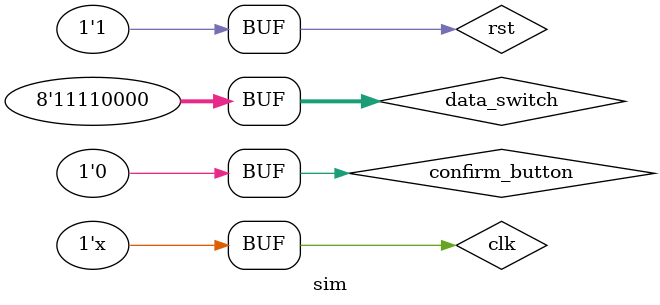
<source format=v>
`timescale 1ns / 1ps


module sim(
    );
    reg clk;
    reg rst;
    reg [7:0] data_switch;
    reg confirm_button;
    wire block_led;
    wire error_led;
    wire result_led;
    wire [7:0] seg_en;
    wire [7:0] seg_out0;
    wire [7:0] seg_out1;
    wire [31:0] ifetch_instruction_o_2;
    wire clk23_o;
    wire [31:0] pc_address_o;
    wire [31:0] bcd_o;
    Top top(clk, rst, data_switch, confirm_button, block_led, error_led, result_led, seg_en, seg_out0, seg_out1);
    
    always #5 clk = ~clk;
    
    initial begin
       clk = 1'b0;
       rst = 1'b0;
       data_switch = 8'b1111_0000;

       #5000 rst = 1'b1;
       #1000 confirm_button = 1'b1;
       #10 confirm_button = 1'b0;
    end
    
endmodule

</source>
